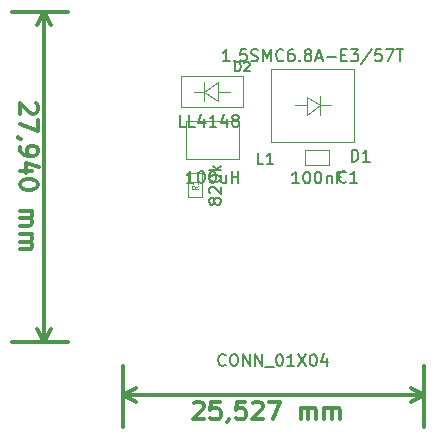
<source format=gbr>
G04 #@! TF.FileFunction,Other,Fab,Top*
%FSLAX46Y46*%
G04 Gerber Fmt 4.6, Leading zero omitted, Abs format (unit mm)*
G04 Created by KiCad (PCBNEW 4.0.6) date 04/10/19 18:14:00*
%MOMM*%
%LPD*%
G01*
G04 APERTURE LIST*
%ADD10C,0.100000*%
%ADD11C,0.300000*%
%ADD12C,0.150000*%
%ADD13C,0.075000*%
G04 APERTURE END LIST*
D10*
D11*
X131560971Y-70212715D02*
X131632400Y-70284144D01*
X131703829Y-70427001D01*
X131703829Y-70784144D01*
X131632400Y-70927001D01*
X131560971Y-70998430D01*
X131418114Y-71069858D01*
X131275257Y-71069858D01*
X131060971Y-70998430D01*
X130203829Y-70141287D01*
X130203829Y-71069858D01*
X131703829Y-71569858D02*
X131703829Y-72569858D01*
X130203829Y-71927001D01*
X130275257Y-73212714D02*
X130203829Y-73212714D01*
X130060971Y-73141286D01*
X129989543Y-73069857D01*
X130203829Y-73927000D02*
X130203829Y-74212715D01*
X130275257Y-74355572D01*
X130346686Y-74427000D01*
X130560971Y-74569858D01*
X130846686Y-74641286D01*
X131418114Y-74641286D01*
X131560971Y-74569858D01*
X131632400Y-74498429D01*
X131703829Y-74355572D01*
X131703829Y-74069858D01*
X131632400Y-73927000D01*
X131560971Y-73855572D01*
X131418114Y-73784143D01*
X131060971Y-73784143D01*
X130918114Y-73855572D01*
X130846686Y-73927000D01*
X130775257Y-74069858D01*
X130775257Y-74355572D01*
X130846686Y-74498429D01*
X130918114Y-74569858D01*
X131060971Y-74641286D01*
X131203829Y-75927000D02*
X130203829Y-75927000D01*
X131775257Y-75569857D02*
X130703829Y-75212714D01*
X130703829Y-76141286D01*
X131703829Y-76998428D02*
X131703829Y-77141285D01*
X131632400Y-77284142D01*
X131560971Y-77355571D01*
X131418114Y-77427000D01*
X131132400Y-77498428D01*
X130775257Y-77498428D01*
X130489543Y-77427000D01*
X130346686Y-77355571D01*
X130275257Y-77284142D01*
X130203829Y-77141285D01*
X130203829Y-76998428D01*
X130275257Y-76855571D01*
X130346686Y-76784142D01*
X130489543Y-76712714D01*
X130775257Y-76641285D01*
X131132400Y-76641285D01*
X131418114Y-76712714D01*
X131560971Y-76784142D01*
X131632400Y-76855571D01*
X131703829Y-76998428D01*
X130203829Y-79284142D02*
X131203829Y-79284142D01*
X131060971Y-79284142D02*
X131132400Y-79355570D01*
X131203829Y-79498428D01*
X131203829Y-79712713D01*
X131132400Y-79855570D01*
X130989543Y-79926999D01*
X130203829Y-79926999D01*
X130989543Y-79926999D02*
X131132400Y-79998428D01*
X131203829Y-80141285D01*
X131203829Y-80355570D01*
X131132400Y-80498428D01*
X130989543Y-80569856D01*
X130203829Y-80569856D01*
X130203829Y-81284142D02*
X131203829Y-81284142D01*
X131060971Y-81284142D02*
X131132400Y-81355570D01*
X131203829Y-81498428D01*
X131203829Y-81712713D01*
X131132400Y-81855570D01*
X130989543Y-81926999D01*
X130203829Y-81926999D01*
X130989543Y-81926999D02*
X131132400Y-81998428D01*
X131203829Y-82141285D01*
X131203829Y-82355570D01*
X131132400Y-82498428D01*
X130989543Y-82569856D01*
X130203829Y-82569856D01*
X132232400Y-62457000D02*
X132232400Y-90397000D01*
X134264400Y-62457000D02*
X129532400Y-62457000D01*
X134264400Y-90397000D02*
X129532400Y-90397000D01*
X132232400Y-90397000D02*
X131645979Y-89270496D01*
X132232400Y-90397000D02*
X132818821Y-89270496D01*
X132232400Y-62457000D02*
X131645979Y-63583504D01*
X132232400Y-62457000D02*
X132818821Y-63583504D01*
X144891115Y-95602429D02*
X144962544Y-95531000D01*
X145105401Y-95459571D01*
X145462544Y-95459571D01*
X145605401Y-95531000D01*
X145676830Y-95602429D01*
X145748258Y-95745286D01*
X145748258Y-95888143D01*
X145676830Y-96102429D01*
X144819687Y-96959571D01*
X145748258Y-96959571D01*
X147105401Y-95459571D02*
X146391115Y-95459571D01*
X146319686Y-96173857D01*
X146391115Y-96102429D01*
X146533972Y-96031000D01*
X146891115Y-96031000D01*
X147033972Y-96102429D01*
X147105401Y-96173857D01*
X147176829Y-96316714D01*
X147176829Y-96673857D01*
X147105401Y-96816714D01*
X147033972Y-96888143D01*
X146891115Y-96959571D01*
X146533972Y-96959571D01*
X146391115Y-96888143D01*
X146319686Y-96816714D01*
X147891114Y-96888143D02*
X147891114Y-96959571D01*
X147819686Y-97102429D01*
X147748257Y-97173857D01*
X149248258Y-95459571D02*
X148533972Y-95459571D01*
X148462543Y-96173857D01*
X148533972Y-96102429D01*
X148676829Y-96031000D01*
X149033972Y-96031000D01*
X149176829Y-96102429D01*
X149248258Y-96173857D01*
X149319686Y-96316714D01*
X149319686Y-96673857D01*
X149248258Y-96816714D01*
X149176829Y-96888143D01*
X149033972Y-96959571D01*
X148676829Y-96959571D01*
X148533972Y-96888143D01*
X148462543Y-96816714D01*
X149891114Y-95602429D02*
X149962543Y-95531000D01*
X150105400Y-95459571D01*
X150462543Y-95459571D01*
X150605400Y-95531000D01*
X150676829Y-95602429D01*
X150748257Y-95745286D01*
X150748257Y-95888143D01*
X150676829Y-96102429D01*
X149819686Y-96959571D01*
X150748257Y-96959571D01*
X151248257Y-95459571D02*
X152248257Y-95459571D01*
X151605400Y-96959571D01*
X153962542Y-96959571D02*
X153962542Y-95959571D01*
X153962542Y-96102429D02*
X154033970Y-96031000D01*
X154176828Y-95959571D01*
X154391113Y-95959571D01*
X154533970Y-96031000D01*
X154605399Y-96173857D01*
X154605399Y-96959571D01*
X154605399Y-96173857D02*
X154676828Y-96031000D01*
X154819685Y-95959571D01*
X155033970Y-95959571D01*
X155176828Y-96031000D01*
X155248256Y-96173857D01*
X155248256Y-96959571D01*
X155962542Y-96959571D02*
X155962542Y-95959571D01*
X155962542Y-96102429D02*
X156033970Y-96031000D01*
X156176828Y-95959571D01*
X156391113Y-95959571D01*
X156533970Y-96031000D01*
X156605399Y-96173857D01*
X156605399Y-96959571D01*
X156605399Y-96173857D02*
X156676828Y-96031000D01*
X156819685Y-95959571D01*
X157033970Y-95959571D01*
X157176828Y-96031000D01*
X157248256Y-96173857D01*
X157248256Y-96959571D01*
X164440400Y-94883999D02*
X138913400Y-94883999D01*
X164440400Y-92471000D02*
X164440400Y-97583999D01*
X138913400Y-92471000D02*
X138913400Y-97583999D01*
X138913400Y-94883999D02*
X140039904Y-94297578D01*
X138913400Y-94883999D02*
X140039904Y-95470420D01*
X164440400Y-94883999D02*
X163313896Y-94297578D01*
X164440400Y-94883999D02*
X163313896Y-95470420D01*
D10*
X154361000Y-75395000D02*
X154361000Y-74155000D01*
X156361000Y-75395000D02*
X154361000Y-75395000D01*
X156361000Y-74155000D02*
X156361000Y-75395000D01*
X154361000Y-74155000D02*
X156361000Y-74155000D01*
X149061000Y-67925000D02*
X143861000Y-67925000D01*
X143861000Y-67925000D02*
X143861000Y-70525000D01*
X143861000Y-70525000D02*
X149061000Y-70525000D01*
X149061000Y-70525000D02*
X149061000Y-67925000D01*
X145811560Y-69226020D02*
X144909860Y-69226020D01*
X146962180Y-69226020D02*
X147960400Y-69226020D01*
X145811560Y-68425920D02*
X145811560Y-70026120D01*
X146962180Y-69975320D02*
X146962180Y-68425920D01*
X145811560Y-69226020D02*
X146962180Y-69975320D01*
X145811560Y-69226020D02*
X146962180Y-68425920D01*
X145631000Y-78125000D02*
X144391000Y-78125000D01*
X145631000Y-76125000D02*
X145631000Y-78125000D01*
X144391000Y-76125000D02*
X145631000Y-76125000D01*
X144391000Y-78125000D02*
X144391000Y-76125000D01*
X151411000Y-67275000D02*
X158511000Y-67275000D01*
X158511000Y-67275000D02*
X158511000Y-73475000D01*
X151411000Y-73475000D02*
X151411000Y-67275000D01*
X151411000Y-73475000D02*
X158511000Y-73475000D01*
X155610440Y-70373980D02*
X156512140Y-70373980D01*
X154459820Y-70373980D02*
X153461600Y-70373980D01*
X155610440Y-71174080D02*
X155610440Y-69573880D01*
X154459820Y-69624680D02*
X154459820Y-71174080D01*
X155610440Y-70373980D02*
X154459820Y-69624680D01*
X155610440Y-70373980D02*
X154459820Y-71174080D01*
X144261000Y-74925000D02*
X144261000Y-71725000D01*
X148761000Y-74925000D02*
X144261000Y-74925000D01*
X148761000Y-71725000D02*
X148761000Y-74925000D01*
X144261000Y-71725000D02*
X148761000Y-71725000D01*
D12*
X153813381Y-76977381D02*
X153241952Y-76977381D01*
X153527666Y-76977381D02*
X153527666Y-75977381D01*
X153432428Y-76120238D01*
X153337190Y-76215476D01*
X153241952Y-76263095D01*
X154432428Y-75977381D02*
X154527667Y-75977381D01*
X154622905Y-76025000D01*
X154670524Y-76072619D01*
X154718143Y-76167857D01*
X154765762Y-76358333D01*
X154765762Y-76596429D01*
X154718143Y-76786905D01*
X154670524Y-76882143D01*
X154622905Y-76929762D01*
X154527667Y-76977381D01*
X154432428Y-76977381D01*
X154337190Y-76929762D01*
X154289571Y-76882143D01*
X154241952Y-76786905D01*
X154194333Y-76596429D01*
X154194333Y-76358333D01*
X154241952Y-76167857D01*
X154289571Y-76072619D01*
X154337190Y-76025000D01*
X154432428Y-75977381D01*
X155384809Y-75977381D02*
X155480048Y-75977381D01*
X155575286Y-76025000D01*
X155622905Y-76072619D01*
X155670524Y-76167857D01*
X155718143Y-76358333D01*
X155718143Y-76596429D01*
X155670524Y-76786905D01*
X155622905Y-76882143D01*
X155575286Y-76929762D01*
X155480048Y-76977381D01*
X155384809Y-76977381D01*
X155289571Y-76929762D01*
X155241952Y-76882143D01*
X155194333Y-76786905D01*
X155146714Y-76596429D01*
X155146714Y-76358333D01*
X155194333Y-76167857D01*
X155241952Y-76072619D01*
X155289571Y-76025000D01*
X155384809Y-75977381D01*
X156146714Y-76310714D02*
X156146714Y-76977381D01*
X156146714Y-76405952D02*
X156194333Y-76358333D01*
X156289571Y-76310714D01*
X156432429Y-76310714D01*
X156527667Y-76358333D01*
X156575286Y-76453571D01*
X156575286Y-76977381D01*
X157384810Y-76453571D02*
X157051476Y-76453571D01*
X157051476Y-76977381D02*
X157051476Y-75977381D01*
X157527667Y-75977381D01*
X157794334Y-76832143D02*
X157746715Y-76879762D01*
X157603858Y-76927381D01*
X157508620Y-76927381D01*
X157365762Y-76879762D01*
X157270524Y-76784524D01*
X157222905Y-76689286D01*
X157175286Y-76498810D01*
X157175286Y-76355952D01*
X157222905Y-76165476D01*
X157270524Y-76070238D01*
X157365762Y-75975000D01*
X157508620Y-75927381D01*
X157603858Y-75927381D01*
X157746715Y-75975000D01*
X157794334Y-76022619D01*
X158746715Y-76927381D02*
X158175286Y-76927381D01*
X158461000Y-76927381D02*
X158461000Y-75927381D01*
X158365762Y-76070238D01*
X158270524Y-76165476D01*
X158175286Y-76213095D01*
X144211000Y-72177381D02*
X143734809Y-72177381D01*
X143734809Y-71177381D01*
X145020524Y-72177381D02*
X144544333Y-72177381D01*
X144544333Y-71177381D01*
X145782429Y-71510714D02*
X145782429Y-72177381D01*
X145544333Y-71129762D02*
X145306238Y-71844048D01*
X145925286Y-71844048D01*
X146830048Y-72177381D02*
X146258619Y-72177381D01*
X146544333Y-72177381D02*
X146544333Y-71177381D01*
X146449095Y-71320238D01*
X146353857Y-71415476D01*
X146258619Y-71463095D01*
X147687191Y-71510714D02*
X147687191Y-72177381D01*
X147449095Y-71129762D02*
X147211000Y-71844048D01*
X147830048Y-71844048D01*
X148353857Y-71605952D02*
X148258619Y-71558333D01*
X148211000Y-71510714D01*
X148163381Y-71415476D01*
X148163381Y-71367857D01*
X148211000Y-71272619D01*
X148258619Y-71225000D01*
X148353857Y-71177381D01*
X148544334Y-71177381D01*
X148639572Y-71225000D01*
X148687191Y-71272619D01*
X148734810Y-71367857D01*
X148734810Y-71415476D01*
X148687191Y-71510714D01*
X148639572Y-71558333D01*
X148544334Y-71605952D01*
X148353857Y-71605952D01*
X148258619Y-71653571D01*
X148211000Y-71701190D01*
X148163381Y-71796429D01*
X148163381Y-71986905D01*
X148211000Y-72082143D01*
X148258619Y-72129762D01*
X148353857Y-72177381D01*
X148544334Y-72177381D01*
X148639572Y-72129762D01*
X148687191Y-72082143D01*
X148734810Y-71986905D01*
X148734810Y-71796429D01*
X148687191Y-71701190D01*
X148639572Y-71653571D01*
X148544334Y-71605952D01*
X148420524Y-67486905D02*
X148420524Y-66686905D01*
X148611000Y-66686905D01*
X148725286Y-66725000D01*
X148801477Y-66801190D01*
X148839572Y-66877381D01*
X148877667Y-67029762D01*
X148877667Y-67144048D01*
X148839572Y-67296429D01*
X148801477Y-67372619D01*
X148725286Y-67448810D01*
X148611000Y-67486905D01*
X148420524Y-67486905D01*
X149182429Y-66763095D02*
X149220524Y-66725000D01*
X149296715Y-66686905D01*
X149487191Y-66686905D01*
X149563381Y-66725000D01*
X149601477Y-66763095D01*
X149639572Y-66839286D01*
X149639572Y-66915476D01*
X149601477Y-67029762D01*
X149144334Y-67486905D01*
X149639572Y-67486905D01*
X146641952Y-78577381D02*
X146594333Y-78672619D01*
X146546714Y-78720238D01*
X146451476Y-78767857D01*
X146403857Y-78767857D01*
X146308619Y-78720238D01*
X146261000Y-78672619D01*
X146213381Y-78577381D01*
X146213381Y-78386904D01*
X146261000Y-78291666D01*
X146308619Y-78244047D01*
X146403857Y-78196428D01*
X146451476Y-78196428D01*
X146546714Y-78244047D01*
X146594333Y-78291666D01*
X146641952Y-78386904D01*
X146641952Y-78577381D01*
X146689571Y-78672619D01*
X146737190Y-78720238D01*
X146832429Y-78767857D01*
X147022905Y-78767857D01*
X147118143Y-78720238D01*
X147165762Y-78672619D01*
X147213381Y-78577381D01*
X147213381Y-78386904D01*
X147165762Y-78291666D01*
X147118143Y-78244047D01*
X147022905Y-78196428D01*
X146832429Y-78196428D01*
X146737190Y-78244047D01*
X146689571Y-78291666D01*
X146641952Y-78386904D01*
X146308619Y-77815476D02*
X146261000Y-77767857D01*
X146213381Y-77672619D01*
X146213381Y-77434523D01*
X146261000Y-77339285D01*
X146308619Y-77291666D01*
X146403857Y-77244047D01*
X146499095Y-77244047D01*
X146641952Y-77291666D01*
X147213381Y-77863095D01*
X147213381Y-77244047D01*
X146213381Y-76625000D02*
X146213381Y-76529761D01*
X146261000Y-76434523D01*
X146308619Y-76386904D01*
X146403857Y-76339285D01*
X146594333Y-76291666D01*
X146832429Y-76291666D01*
X147022905Y-76339285D01*
X147118143Y-76386904D01*
X147165762Y-76434523D01*
X147213381Y-76529761D01*
X147213381Y-76625000D01*
X147165762Y-76720238D01*
X147118143Y-76767857D01*
X147022905Y-76815476D01*
X146832429Y-76863095D01*
X146594333Y-76863095D01*
X146403857Y-76815476D01*
X146308619Y-76767857D01*
X146261000Y-76720238D01*
X146213381Y-76625000D01*
X147213381Y-75863095D02*
X146213381Y-75863095D01*
X146832429Y-75767857D02*
X147213381Y-75482142D01*
X146546714Y-75482142D02*
X146927667Y-75863095D01*
D13*
X145237190Y-77208333D02*
X144999095Y-77375000D01*
X145237190Y-77494047D02*
X144737190Y-77494047D01*
X144737190Y-77303571D01*
X144761000Y-77255952D01*
X144784810Y-77232143D01*
X144832429Y-77208333D01*
X144903857Y-77208333D01*
X144951476Y-77232143D01*
X144975286Y-77255952D01*
X144999095Y-77303571D01*
X144999095Y-77494047D01*
X145237190Y-76732143D02*
X145237190Y-77017857D01*
X145237190Y-76875000D02*
X144737190Y-76875000D01*
X144808619Y-76922619D01*
X144856238Y-76970238D01*
X144880048Y-77017857D01*
D12*
X147597191Y-92332143D02*
X147549572Y-92379762D01*
X147406715Y-92427381D01*
X147311477Y-92427381D01*
X147168619Y-92379762D01*
X147073381Y-92284524D01*
X147025762Y-92189286D01*
X146978143Y-91998810D01*
X146978143Y-91855952D01*
X147025762Y-91665476D01*
X147073381Y-91570238D01*
X147168619Y-91475000D01*
X147311477Y-91427381D01*
X147406715Y-91427381D01*
X147549572Y-91475000D01*
X147597191Y-91522619D01*
X148216238Y-91427381D02*
X148406715Y-91427381D01*
X148501953Y-91475000D01*
X148597191Y-91570238D01*
X148644810Y-91760714D01*
X148644810Y-92094048D01*
X148597191Y-92284524D01*
X148501953Y-92379762D01*
X148406715Y-92427381D01*
X148216238Y-92427381D01*
X148121000Y-92379762D01*
X148025762Y-92284524D01*
X147978143Y-92094048D01*
X147978143Y-91760714D01*
X148025762Y-91570238D01*
X148121000Y-91475000D01*
X148216238Y-91427381D01*
X149073381Y-92427381D02*
X149073381Y-91427381D01*
X149644810Y-92427381D01*
X149644810Y-91427381D01*
X150121000Y-92427381D02*
X150121000Y-91427381D01*
X150692429Y-92427381D01*
X150692429Y-91427381D01*
X150930524Y-92522619D02*
X151692429Y-92522619D01*
X152121000Y-91427381D02*
X152216239Y-91427381D01*
X152311477Y-91475000D01*
X152359096Y-91522619D01*
X152406715Y-91617857D01*
X152454334Y-91808333D01*
X152454334Y-92046429D01*
X152406715Y-92236905D01*
X152359096Y-92332143D01*
X152311477Y-92379762D01*
X152216239Y-92427381D01*
X152121000Y-92427381D01*
X152025762Y-92379762D01*
X151978143Y-92332143D01*
X151930524Y-92236905D01*
X151882905Y-92046429D01*
X151882905Y-91808333D01*
X151930524Y-91617857D01*
X151978143Y-91522619D01*
X152025762Y-91475000D01*
X152121000Y-91427381D01*
X153406715Y-92427381D02*
X152835286Y-92427381D01*
X153121000Y-92427381D02*
X153121000Y-91427381D01*
X153025762Y-91570238D01*
X152930524Y-91665476D01*
X152835286Y-91713095D01*
X153740048Y-91427381D02*
X154406715Y-92427381D01*
X154406715Y-91427381D02*
X153740048Y-92427381D01*
X154978143Y-91427381D02*
X155073382Y-91427381D01*
X155168620Y-91475000D01*
X155216239Y-91522619D01*
X155263858Y-91617857D01*
X155311477Y-91808333D01*
X155311477Y-92046429D01*
X155263858Y-92236905D01*
X155216239Y-92332143D01*
X155168620Y-92379762D01*
X155073382Y-92427381D01*
X154978143Y-92427381D01*
X154882905Y-92379762D01*
X154835286Y-92332143D01*
X154787667Y-92236905D01*
X154740048Y-92046429D01*
X154740048Y-91808333D01*
X154787667Y-91617857D01*
X154835286Y-91522619D01*
X154882905Y-91475000D01*
X154978143Y-91427381D01*
X156168620Y-91760714D02*
X156168620Y-92427381D01*
X155930524Y-91379762D02*
X155692429Y-92094048D01*
X156311477Y-92094048D01*
X147961001Y-66627381D02*
X147389572Y-66627381D01*
X147675286Y-66627381D02*
X147675286Y-65627381D01*
X147580048Y-65770238D01*
X147484810Y-65865476D01*
X147389572Y-65913095D01*
X148389572Y-66532143D02*
X148437191Y-66579762D01*
X148389572Y-66627381D01*
X148341953Y-66579762D01*
X148389572Y-66532143D01*
X148389572Y-66627381D01*
X149341953Y-65627381D02*
X148865762Y-65627381D01*
X148818143Y-66103571D01*
X148865762Y-66055952D01*
X148961000Y-66008333D01*
X149199096Y-66008333D01*
X149294334Y-66055952D01*
X149341953Y-66103571D01*
X149389572Y-66198810D01*
X149389572Y-66436905D01*
X149341953Y-66532143D01*
X149294334Y-66579762D01*
X149199096Y-66627381D01*
X148961000Y-66627381D01*
X148865762Y-66579762D01*
X148818143Y-66532143D01*
X149770524Y-66579762D02*
X149913381Y-66627381D01*
X150151477Y-66627381D01*
X150246715Y-66579762D01*
X150294334Y-66532143D01*
X150341953Y-66436905D01*
X150341953Y-66341667D01*
X150294334Y-66246429D01*
X150246715Y-66198810D01*
X150151477Y-66151190D01*
X149961000Y-66103571D01*
X149865762Y-66055952D01*
X149818143Y-66008333D01*
X149770524Y-65913095D01*
X149770524Y-65817857D01*
X149818143Y-65722619D01*
X149865762Y-65675000D01*
X149961000Y-65627381D01*
X150199096Y-65627381D01*
X150341953Y-65675000D01*
X150770524Y-66627381D02*
X150770524Y-65627381D01*
X151103858Y-66341667D01*
X151437191Y-65627381D01*
X151437191Y-66627381D01*
X152484810Y-66532143D02*
X152437191Y-66579762D01*
X152294334Y-66627381D01*
X152199096Y-66627381D01*
X152056238Y-66579762D01*
X151961000Y-66484524D01*
X151913381Y-66389286D01*
X151865762Y-66198810D01*
X151865762Y-66055952D01*
X151913381Y-65865476D01*
X151961000Y-65770238D01*
X152056238Y-65675000D01*
X152199096Y-65627381D01*
X152294334Y-65627381D01*
X152437191Y-65675000D01*
X152484810Y-65722619D01*
X153341953Y-65627381D02*
X153151476Y-65627381D01*
X153056238Y-65675000D01*
X153008619Y-65722619D01*
X152913381Y-65865476D01*
X152865762Y-66055952D01*
X152865762Y-66436905D01*
X152913381Y-66532143D01*
X152961000Y-66579762D01*
X153056238Y-66627381D01*
X153246715Y-66627381D01*
X153341953Y-66579762D01*
X153389572Y-66532143D01*
X153437191Y-66436905D01*
X153437191Y-66198810D01*
X153389572Y-66103571D01*
X153341953Y-66055952D01*
X153246715Y-66008333D01*
X153056238Y-66008333D01*
X152961000Y-66055952D01*
X152913381Y-66103571D01*
X152865762Y-66198810D01*
X153865762Y-66532143D02*
X153913381Y-66579762D01*
X153865762Y-66627381D01*
X153818143Y-66579762D01*
X153865762Y-66532143D01*
X153865762Y-66627381D01*
X154484809Y-66055952D02*
X154389571Y-66008333D01*
X154341952Y-65960714D01*
X154294333Y-65865476D01*
X154294333Y-65817857D01*
X154341952Y-65722619D01*
X154389571Y-65675000D01*
X154484809Y-65627381D01*
X154675286Y-65627381D01*
X154770524Y-65675000D01*
X154818143Y-65722619D01*
X154865762Y-65817857D01*
X154865762Y-65865476D01*
X154818143Y-65960714D01*
X154770524Y-66008333D01*
X154675286Y-66055952D01*
X154484809Y-66055952D01*
X154389571Y-66103571D01*
X154341952Y-66151190D01*
X154294333Y-66246429D01*
X154294333Y-66436905D01*
X154341952Y-66532143D01*
X154389571Y-66579762D01*
X154484809Y-66627381D01*
X154675286Y-66627381D01*
X154770524Y-66579762D01*
X154818143Y-66532143D01*
X154865762Y-66436905D01*
X154865762Y-66246429D01*
X154818143Y-66151190D01*
X154770524Y-66103571D01*
X154675286Y-66055952D01*
X155246714Y-66341667D02*
X155722905Y-66341667D01*
X155151476Y-66627381D02*
X155484809Y-65627381D01*
X155818143Y-66627381D01*
X156151476Y-66246429D02*
X156913381Y-66246429D01*
X157389571Y-66103571D02*
X157722905Y-66103571D01*
X157865762Y-66627381D02*
X157389571Y-66627381D01*
X157389571Y-65627381D01*
X157865762Y-65627381D01*
X158199095Y-65627381D02*
X158818143Y-65627381D01*
X158484809Y-66008333D01*
X158627667Y-66008333D01*
X158722905Y-66055952D01*
X158770524Y-66103571D01*
X158818143Y-66198810D01*
X158818143Y-66436905D01*
X158770524Y-66532143D01*
X158722905Y-66579762D01*
X158627667Y-66627381D01*
X158341952Y-66627381D01*
X158246714Y-66579762D01*
X158199095Y-66532143D01*
X159961000Y-65579762D02*
X159103857Y-66865476D01*
X160770524Y-65627381D02*
X160294333Y-65627381D01*
X160246714Y-66103571D01*
X160294333Y-66055952D01*
X160389571Y-66008333D01*
X160627667Y-66008333D01*
X160722905Y-66055952D01*
X160770524Y-66103571D01*
X160818143Y-66198810D01*
X160818143Y-66436905D01*
X160770524Y-66532143D01*
X160722905Y-66579762D01*
X160627667Y-66627381D01*
X160389571Y-66627381D01*
X160294333Y-66579762D01*
X160246714Y-66532143D01*
X161151476Y-65627381D02*
X161818143Y-65627381D01*
X161389571Y-66627381D01*
X162056238Y-65627381D02*
X162627667Y-65627381D01*
X162341952Y-66627381D02*
X162341952Y-65627381D01*
X158272905Y-75127381D02*
X158272905Y-74127381D01*
X158511000Y-74127381D01*
X158653858Y-74175000D01*
X158749096Y-74270238D01*
X158796715Y-74365476D01*
X158844334Y-74555952D01*
X158844334Y-74698810D01*
X158796715Y-74889286D01*
X158749096Y-74984524D01*
X158653858Y-75079762D01*
X158511000Y-75127381D01*
X158272905Y-75127381D01*
X159796715Y-75127381D02*
X159225286Y-75127381D01*
X159511000Y-75127381D02*
X159511000Y-74127381D01*
X159415762Y-74270238D01*
X159320524Y-74365476D01*
X159225286Y-74413095D01*
X144868143Y-76947381D02*
X144296714Y-76947381D01*
X144582428Y-76947381D02*
X144582428Y-75947381D01*
X144487190Y-76090238D01*
X144391952Y-76185476D01*
X144296714Y-76233095D01*
X145487190Y-75947381D02*
X145582429Y-75947381D01*
X145677667Y-75995000D01*
X145725286Y-76042619D01*
X145772905Y-76137857D01*
X145820524Y-76328333D01*
X145820524Y-76566429D01*
X145772905Y-76756905D01*
X145725286Y-76852143D01*
X145677667Y-76899762D01*
X145582429Y-76947381D01*
X145487190Y-76947381D01*
X145391952Y-76899762D01*
X145344333Y-76852143D01*
X145296714Y-76756905D01*
X145249095Y-76566429D01*
X145249095Y-76328333D01*
X145296714Y-76137857D01*
X145344333Y-76042619D01*
X145391952Y-75995000D01*
X145487190Y-75947381D01*
X146439571Y-75947381D02*
X146534810Y-75947381D01*
X146630048Y-75995000D01*
X146677667Y-76042619D01*
X146725286Y-76137857D01*
X146772905Y-76328333D01*
X146772905Y-76566429D01*
X146725286Y-76756905D01*
X146677667Y-76852143D01*
X146630048Y-76899762D01*
X146534810Y-76947381D01*
X146439571Y-76947381D01*
X146344333Y-76899762D01*
X146296714Y-76852143D01*
X146249095Y-76756905D01*
X146201476Y-76566429D01*
X146201476Y-76328333D01*
X146249095Y-76137857D01*
X146296714Y-76042619D01*
X146344333Y-75995000D01*
X146439571Y-75947381D01*
X147630048Y-76280714D02*
X147630048Y-76947381D01*
X147201476Y-76280714D02*
X147201476Y-76804524D01*
X147249095Y-76899762D01*
X147344333Y-76947381D01*
X147487191Y-76947381D01*
X147582429Y-76899762D01*
X147630048Y-76852143D01*
X148106238Y-76947381D02*
X148106238Y-75947381D01*
X148106238Y-76423571D02*
X148677667Y-76423571D01*
X148677667Y-76947381D02*
X148677667Y-75947381D01*
X150794334Y-75377381D02*
X150318143Y-75377381D01*
X150318143Y-74377381D01*
X151651477Y-75377381D02*
X151080048Y-75377381D01*
X151365762Y-75377381D02*
X151365762Y-74377381D01*
X151270524Y-74520238D01*
X151175286Y-74615476D01*
X151080048Y-74663095D01*
M02*

</source>
